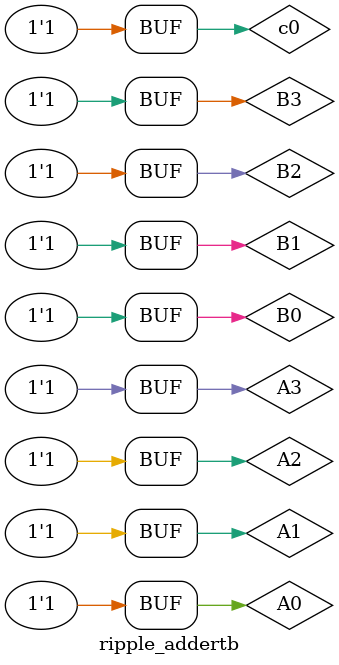
<source format=v>
`timescale 1ns / 1ps


module ripple_addertb();
reg A0,c0,A1,A2,A3,B0,B1,B2,B3;
wire S0,S1,S2,S3,C4;
ripple_adder uut(.A0(A0),.B0(B0),.C0(c0),.A1(A1),.B1(B1),.A2(A2),.B2(B2),.A3(A3),.B3(B3),.SA(S0),.SB(S1),.SC(S2),.SD(S3),.COUT(C4));

initial

begin


A0 = 0; B0 = 0; c0 = 0;  A1 = 0; B1 = 0; A2 = 0; B2 = 0; A3 = 0; B3 = 0;

#100

A0 = 1; B0 = 1; c0 = 0; A1 = 0; B1 = 0; A2 = 0; B2 = 0; A3 = 0; B3 = 0;

#100

A0 = 0; B0 = 0; c0 = 0; A1 = 1; B1 = 1; A2 = 0; B2 = 0; A3 = 0; B3 = 0;

#100

A0 = 0; B0 = 0; c0 = 0; A1 = 0; B1 = 0; A2 = 1; B2 = 1; A3 = 0; B3 = 0;

#100

A0 = 1; B0 = 1; c0 = 0; A1 = 0; B1 = 0; A2 = 1; B2 = 1; A3 = 0; B3 = 0;

#100

A0 = 1; B0 = 0; c0 = 0; A1 = 1; B1 = 1; A2 = 1; B2 = 1; A3 = 0; B3 = 0;

#100

A0 = 1; B0 = 1; c0 = 0; A1 = 1; B1 = 1; A2 = 1; B2 = 1; A3 = 0; B3 = 0;

#100

A0 = 0; B0 = 0; c0 = 0;  A1 = 0; B1 = 0; A2 = 0; B2 = 0; A3 = 1; B3 = 1;

#100

A0 = 1; B0 = 1; c0 = 0; A1 = 0; B1 = 0; A2 = 0; B2 = 0; A3 = 1; B3 = 1;

#100

A0 = 0; B0 = 0; c0 = 0; A1 = 1; B1 = 1; A2 = 0; B2 = 0; A3 = 1; B3 = 1;

#100

A0 = 0; B0 = 0; c0 = 0; A1 = 0; B1 = 0; A2 = 1; B2 = 1; A3 = 1; B3 = 1;

#100

A0 = 1; B0 = 1; c0 = 0; A1 = 0; B1 = 0; A2 = 1; B2 = 1; A3 = 1; B3 = 1;

#100

A0 = 1; B0 = 0; c0 = 0; A1 = 1; B1 = 1; A2 = 1; B2 = 1; A3 = 1; B3 = 1;

#100

A0 = 1; B0 = 1; c0 = 0; A1 = 1; B1 = 1; A2 = 1; B2 = 1; A3 = 1; B3 = 1;

#100

A0 = 0; B0 = 0; c0 = 1;  A1 = 0; B1 = 0; A2 = 0; B2 = 0; A3 = 0; B3 = 0;

#100

A0 = 1; B0 = 1; c0 = 1 ; A1 = 0; B1 = 0; A2 = 0; B2 = 0; A3 = 0; B3 = 0;

#100

A0 = 0; B0 = 0; c0 = 1; A1 = 1; B1 = 1; A2 = 0; B2 = 0; A3 = 0; B3 = 0;

#100

A0 = 0; B0 = 0; c0 = 1; A1 = 0; B1 = 0; A2 = 1; B2 = 1; A3 = 0; B3 = 0;

#100

A0 = 1; B0 = 1; c0 = 1; A1 = 0; B1 = 0; A2 = 1; B2 = 1; A3 = 0; B3 = 0;

#100

A0 = 1; B0 = 0; c0 = 1; A1 = 1; B1 = 1; A2 = 1; B2 = 1; A3 = 0; B3 = 0;

#100

A0 = 1; B0 = 1; c0 = 1; A1 = 1; B1 = 1; A2 = 1; B2 = 1; A3 = 0; B3 = 0;

#100

A0 = 0; B0 = 0; c0 = 1;  A1 = 0; B1 = 0; A2 = 0; B2 = 0; A3 = 1; B3 = 1;

#100

A0 = 1; B0 = 1; c0 = 1; A1 = 0; B1 = 0; A2 = 0; B2 = 0; A3 = 1; B3 = 1;

#100

A0 = 0; B0 = 0; c0 = 1; A1 = 1; B1 = 1; A2 = 0; B2 = 0; A3 = 1; B3 = 1;

#100

A0 = 0; B0 = 0; c0 = 1; A1 = 0; B1 = 0; A2 = 1; B2 = 1; A3 = 1; B3 = 1;

#100

A0 = 1; B0 = 1; c0 = 1; A1 = 0; B1 = 0; A2 = 1; B2 = 1; A3 = 1; B3 = 1;

#100

A0 = 1; B0 = 0; c0 = 1; A1 = 1; B1 = 1; A2 = 1; B2 = 1; A3 = 1; B3 = 1;

#100

A0 = 1; B0 = 1; c0 = 1; A1 = 1; B1 = 1; A2 = 1; B2 = 1; A3 = 1; B3 = 1;

end
endmodule

</source>
